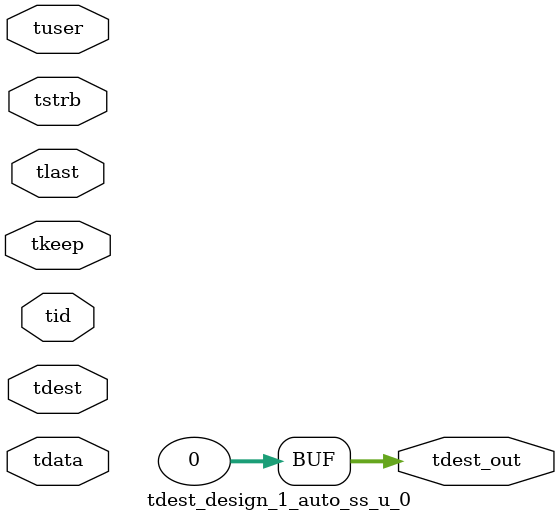
<source format=v>


`timescale 1ps/1ps

module tdest_design_1_auto_ss_u_0 #
(
parameter C_S_AXIS_TDATA_WIDTH = 32,
parameter C_S_AXIS_TUSER_WIDTH = 0,
parameter C_S_AXIS_TID_WIDTH   = 0,
parameter C_S_AXIS_TDEST_WIDTH = 0,
parameter C_M_AXIS_TDEST_WIDTH = 32
)
(
input  [(C_S_AXIS_TDATA_WIDTH == 0 ? 1 : C_S_AXIS_TDATA_WIDTH)-1:0     ] tdata,
input  [(C_S_AXIS_TUSER_WIDTH == 0 ? 1 : C_S_AXIS_TUSER_WIDTH)-1:0     ] tuser,
input  [(C_S_AXIS_TID_WIDTH   == 0 ? 1 : C_S_AXIS_TID_WIDTH)-1:0       ] tid,
input  [(C_S_AXIS_TDEST_WIDTH == 0 ? 1 : C_S_AXIS_TDEST_WIDTH)-1:0     ] tdest,
input  [(C_S_AXIS_TDATA_WIDTH/8)-1:0 ] tkeep,
input  [(C_S_AXIS_TDATA_WIDTH/8)-1:0 ] tstrb,
input                                                                    tlast,
output [C_M_AXIS_TDEST_WIDTH-1:0] tdest_out
);

assign tdest_out = {1'b0};

endmodule


</source>
